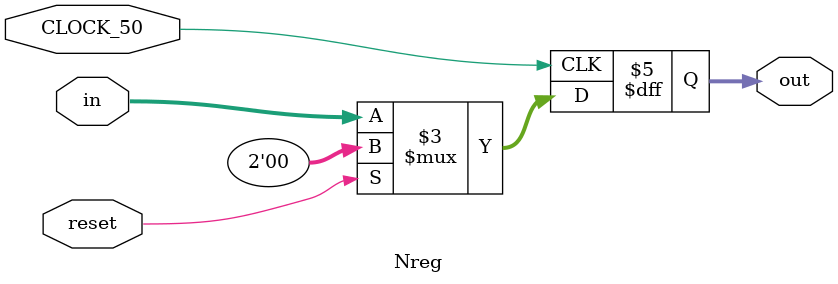
<source format=sv>
module Nreg ( in,out, reset , CLOCK_50);

parameter N = 2;

input CLOCK_50;
input logic [N-1:0] in;
input logic reset;
output logic [N-1:0] out;


always_ff@( posedge CLOCK_50) begin

if(reset)

out <= 0;

else 
out<=in; 

end 



endmodule
</source>
